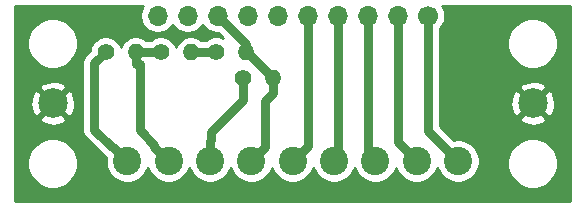
<source format=gbr>
G04 #@! TF.GenerationSoftware,KiCad,Pcbnew,5.1.5-52549c5~86~ubuntu18.04.1*
G04 #@! TF.CreationDate,2020-09-30T17:25:27-05:00*
G04 #@! TF.ProjectId,D05,4430352e-6b69-4636-9164-5f7063625858,rev?*
G04 #@! TF.SameCoordinates,Original*
G04 #@! TF.FileFunction,Copper,L2,Bot*
G04 #@! TF.FilePolarity,Positive*
%FSLAX46Y46*%
G04 Gerber Fmt 4.6, Leading zero omitted, Abs format (unit mm)*
G04 Created by KiCad (PCBNEW 5.1.5-52549c5~86~ubuntu18.04.1) date 2020-09-30 17:25:27*
%MOMM*%
%LPD*%
G04 APERTURE LIST*
%ADD10O,1.400000X1.400000*%
%ADD11C,1.400000*%
%ADD12C,2.400000*%
%ADD13O,1.700000X1.700000*%
%ADD14C,1.700000*%
%ADD15C,2.499360*%
%ADD16C,0.750000*%
%ADD17C,0.254000*%
G04 APERTURE END LIST*
D10*
X40182800Y-24536400D03*
D11*
X37642800Y-24536400D03*
D10*
X35509200Y-24536400D03*
D11*
X32969200Y-24536400D03*
D10*
X30835600Y-24536400D03*
D11*
X28295600Y-24536400D03*
D10*
X42468800Y-26771600D03*
D11*
X39928800Y-26771600D03*
D12*
X58130000Y-33782000D03*
X54630000Y-33782000D03*
X51130000Y-33782000D03*
X47630000Y-33782000D03*
X44130000Y-33782000D03*
X40630000Y-33782000D03*
X37130000Y-33782000D03*
X33630000Y-33782000D03*
X30130000Y-33782000D03*
D13*
X32700000Y-21463000D03*
X35240000Y-21463000D03*
X37780000Y-21463000D03*
X40320000Y-21463000D03*
X42860000Y-21463000D03*
X45400000Y-21463000D03*
X47940000Y-21463000D03*
X50480000Y-21463000D03*
X53020000Y-21463000D03*
D14*
X55560000Y-21463000D03*
D15*
X64450000Y-28890000D03*
X23810000Y-28890000D03*
D16*
X41829999Y-28680401D02*
X42468800Y-28041600D01*
X40630000Y-33782000D02*
X41829999Y-32582001D01*
X42468800Y-28041600D02*
X42468800Y-26771600D01*
X41829999Y-32582001D02*
X41829999Y-28680401D01*
X40233600Y-24536400D02*
X42468800Y-26771600D01*
X40182800Y-24536400D02*
X40233600Y-24536400D01*
X37780000Y-21463000D02*
X37780000Y-21732200D01*
X40182800Y-23865800D02*
X37780000Y-21463000D01*
X40182800Y-24536400D02*
X40182800Y-23865800D01*
X35509200Y-24536400D02*
X37642800Y-24536400D01*
X45400000Y-32512000D02*
X44130000Y-33782000D01*
X45400000Y-21463000D02*
X45400000Y-32512000D01*
X47940000Y-33472000D02*
X47630000Y-33782000D01*
X47940000Y-21463000D02*
X47940000Y-33472000D01*
X50480000Y-33132000D02*
X51130000Y-33782000D01*
X50480000Y-21463000D02*
X50480000Y-33132000D01*
X53020000Y-32172000D02*
X54630000Y-33782000D01*
X53020000Y-21463000D02*
X53020000Y-32172000D01*
X55560000Y-31212000D02*
X58130000Y-33782000D01*
X55560000Y-21463000D02*
X55560000Y-31212000D01*
X37130000Y-32084944D02*
X37236400Y-31978544D01*
X37130000Y-33782000D02*
X37130000Y-32084944D01*
X37236400Y-31978544D02*
X37236400Y-31292800D01*
X39928800Y-28600400D02*
X39928800Y-26771600D01*
X37236400Y-31292800D02*
X39928800Y-28600400D01*
X32430001Y-32582001D02*
X32430001Y-32506201D01*
X33630000Y-33782000D02*
X32430001Y-32582001D01*
X32430001Y-32582001D02*
X32430001Y-32404601D01*
X32430001Y-32404601D02*
X31191200Y-31165800D01*
X31191200Y-31165800D02*
X31191200Y-25577800D01*
X30835600Y-25526349D02*
X30835600Y-24536400D01*
X31191200Y-25577800D02*
X30887051Y-25577800D01*
X30887051Y-25577800D02*
X30835600Y-25526349D01*
X30835600Y-24536400D02*
X32969200Y-24536400D01*
X28930001Y-32582001D02*
X28797401Y-32582001D01*
X30130000Y-33782000D02*
X28930001Y-32582001D01*
X28797401Y-32582001D02*
X27330400Y-31115000D01*
X27330400Y-25501600D02*
X28295600Y-24536400D01*
X27330400Y-31115000D02*
X27330400Y-25501600D01*
D17*
G36*
X31384010Y-20759589D02*
G01*
X31272068Y-21029842D01*
X31215000Y-21316740D01*
X31215000Y-21609260D01*
X31272068Y-21896158D01*
X31384010Y-22166411D01*
X31546525Y-22409632D01*
X31753368Y-22616475D01*
X31996589Y-22778990D01*
X32266842Y-22890932D01*
X32553740Y-22948000D01*
X32846260Y-22948000D01*
X33133158Y-22890932D01*
X33403411Y-22778990D01*
X33646632Y-22616475D01*
X33853475Y-22409632D01*
X33970000Y-22235240D01*
X34086525Y-22409632D01*
X34293368Y-22616475D01*
X34536589Y-22778990D01*
X34806842Y-22890932D01*
X35093740Y-22948000D01*
X35386260Y-22948000D01*
X35673158Y-22890932D01*
X35943411Y-22778990D01*
X36186632Y-22616475D01*
X36393475Y-22409632D01*
X36510000Y-22235240D01*
X36626525Y-22409632D01*
X36833368Y-22616475D01*
X37076589Y-22778990D01*
X37346842Y-22890932D01*
X37633740Y-22948000D01*
X37836645Y-22948000D01*
X38218526Y-23329881D01*
X38032205Y-23252704D01*
X37774286Y-23201400D01*
X37511314Y-23201400D01*
X37253395Y-23252704D01*
X37010441Y-23353339D01*
X36791787Y-23499438D01*
X36764825Y-23526400D01*
X36387175Y-23526400D01*
X36360213Y-23499438D01*
X36141559Y-23353339D01*
X35898605Y-23252704D01*
X35640686Y-23201400D01*
X35377714Y-23201400D01*
X35119795Y-23252704D01*
X34876841Y-23353339D01*
X34658187Y-23499438D01*
X34472238Y-23685387D01*
X34326139Y-23904041D01*
X34239200Y-24113930D01*
X34152261Y-23904041D01*
X34006162Y-23685387D01*
X33820213Y-23499438D01*
X33601559Y-23353339D01*
X33358605Y-23252704D01*
X33100686Y-23201400D01*
X32837714Y-23201400D01*
X32579795Y-23252704D01*
X32336841Y-23353339D01*
X32118187Y-23499438D01*
X32091225Y-23526400D01*
X31713575Y-23526400D01*
X31686613Y-23499438D01*
X31467959Y-23353339D01*
X31225005Y-23252704D01*
X30967086Y-23201400D01*
X30704114Y-23201400D01*
X30446195Y-23252704D01*
X30203241Y-23353339D01*
X29984587Y-23499438D01*
X29798638Y-23685387D01*
X29652539Y-23904041D01*
X29565600Y-24113930D01*
X29478661Y-23904041D01*
X29332562Y-23685387D01*
X29146613Y-23499438D01*
X28927959Y-23353339D01*
X28685005Y-23252704D01*
X28427086Y-23201400D01*
X28164114Y-23201400D01*
X27906195Y-23252704D01*
X27663241Y-23353339D01*
X27444587Y-23499438D01*
X27258638Y-23685387D01*
X27112539Y-23904041D01*
X27011904Y-24146995D01*
X26960600Y-24404914D01*
X26960600Y-24443045D01*
X26651301Y-24752344D01*
X26612768Y-24783967D01*
X26581145Y-24822500D01*
X26581144Y-24822501D01*
X26486554Y-24937760D01*
X26392768Y-25113221D01*
X26335015Y-25303606D01*
X26315514Y-25501600D01*
X26320401Y-25551218D01*
X26320400Y-31065392D01*
X26315514Y-31115000D01*
X26335015Y-31312994D01*
X26377901Y-31454368D01*
X26392768Y-31503379D01*
X26486553Y-31678840D01*
X26612767Y-31832633D01*
X26651306Y-31864261D01*
X28048145Y-33261100D01*
X28079768Y-33299634D01*
X28233561Y-33425848D01*
X28320635Y-33472390D01*
X28295000Y-33601268D01*
X28295000Y-33962732D01*
X28365518Y-34317250D01*
X28503844Y-34651199D01*
X28704662Y-34951744D01*
X28960256Y-35207338D01*
X29260801Y-35408156D01*
X29594750Y-35546482D01*
X29949268Y-35617000D01*
X30310732Y-35617000D01*
X30665250Y-35546482D01*
X30999199Y-35408156D01*
X31299744Y-35207338D01*
X31555338Y-34951744D01*
X31756156Y-34651199D01*
X31880000Y-34352213D01*
X32003844Y-34651199D01*
X32204662Y-34951744D01*
X32460256Y-35207338D01*
X32760801Y-35408156D01*
X33094750Y-35546482D01*
X33449268Y-35617000D01*
X33810732Y-35617000D01*
X34165250Y-35546482D01*
X34499199Y-35408156D01*
X34799744Y-35207338D01*
X35055338Y-34951744D01*
X35256156Y-34651199D01*
X35380000Y-34352213D01*
X35503844Y-34651199D01*
X35704662Y-34951744D01*
X35960256Y-35207338D01*
X36260801Y-35408156D01*
X36594750Y-35546482D01*
X36949268Y-35617000D01*
X37310732Y-35617000D01*
X37665250Y-35546482D01*
X37999199Y-35408156D01*
X38299744Y-35207338D01*
X38555338Y-34951744D01*
X38756156Y-34651199D01*
X38880000Y-34352213D01*
X39003844Y-34651199D01*
X39204662Y-34951744D01*
X39460256Y-35207338D01*
X39760801Y-35408156D01*
X40094750Y-35546482D01*
X40449268Y-35617000D01*
X40810732Y-35617000D01*
X41165250Y-35546482D01*
X41499199Y-35408156D01*
X41799744Y-35207338D01*
X42055338Y-34951744D01*
X42256156Y-34651199D01*
X42380000Y-34352213D01*
X42503844Y-34651199D01*
X42704662Y-34951744D01*
X42960256Y-35207338D01*
X43260801Y-35408156D01*
X43594750Y-35546482D01*
X43949268Y-35617000D01*
X44310732Y-35617000D01*
X44665250Y-35546482D01*
X44999199Y-35408156D01*
X45299744Y-35207338D01*
X45555338Y-34951744D01*
X45756156Y-34651199D01*
X45880000Y-34352213D01*
X46003844Y-34651199D01*
X46204662Y-34951744D01*
X46460256Y-35207338D01*
X46760801Y-35408156D01*
X47094750Y-35546482D01*
X47449268Y-35617000D01*
X47810732Y-35617000D01*
X48165250Y-35546482D01*
X48499199Y-35408156D01*
X48799744Y-35207338D01*
X49055338Y-34951744D01*
X49256156Y-34651199D01*
X49380000Y-34352213D01*
X49503844Y-34651199D01*
X49704662Y-34951744D01*
X49960256Y-35207338D01*
X50260801Y-35408156D01*
X50594750Y-35546482D01*
X50949268Y-35617000D01*
X51310732Y-35617000D01*
X51665250Y-35546482D01*
X51999199Y-35408156D01*
X52299744Y-35207338D01*
X52555338Y-34951744D01*
X52756156Y-34651199D01*
X52880000Y-34352213D01*
X53003844Y-34651199D01*
X53204662Y-34951744D01*
X53460256Y-35207338D01*
X53760801Y-35408156D01*
X54094750Y-35546482D01*
X54449268Y-35617000D01*
X54810732Y-35617000D01*
X55165250Y-35546482D01*
X55499199Y-35408156D01*
X55799744Y-35207338D01*
X56055338Y-34951744D01*
X56256156Y-34651199D01*
X56380000Y-34352213D01*
X56503844Y-34651199D01*
X56704662Y-34951744D01*
X56960256Y-35207338D01*
X57260801Y-35408156D01*
X57594750Y-35546482D01*
X57949268Y-35617000D01*
X58310732Y-35617000D01*
X58665250Y-35546482D01*
X58999199Y-35408156D01*
X59299744Y-35207338D01*
X59555338Y-34951744D01*
X59756156Y-34651199D01*
X59894482Y-34317250D01*
X59965000Y-33962732D01*
X59965000Y-33759721D01*
X62315000Y-33759721D01*
X62315000Y-34180279D01*
X62397047Y-34592756D01*
X62557988Y-34981302D01*
X62791637Y-35330983D01*
X63089017Y-35628363D01*
X63438698Y-35862012D01*
X63827244Y-36022953D01*
X64239721Y-36105000D01*
X64660279Y-36105000D01*
X65072756Y-36022953D01*
X65461302Y-35862012D01*
X65810983Y-35628363D01*
X66108363Y-35330983D01*
X66342012Y-34981302D01*
X66502953Y-34592756D01*
X66585000Y-34180279D01*
X66585000Y-33759721D01*
X66502953Y-33347244D01*
X66342012Y-32958698D01*
X66108363Y-32609017D01*
X65810983Y-32311637D01*
X65461302Y-32077988D01*
X65072756Y-31917047D01*
X64660279Y-31835000D01*
X64239721Y-31835000D01*
X63827244Y-31917047D01*
X63438698Y-32077988D01*
X63089017Y-32311637D01*
X62791637Y-32609017D01*
X62557988Y-32958698D01*
X62397047Y-33347244D01*
X62315000Y-33759721D01*
X59965000Y-33759721D01*
X59965000Y-33601268D01*
X59894482Y-33246750D01*
X59756156Y-32912801D01*
X59555338Y-32612256D01*
X59299744Y-32356662D01*
X58999199Y-32155844D01*
X58665250Y-32017518D01*
X58310732Y-31947000D01*
X57949268Y-31947000D01*
X57760837Y-31984481D01*
X56570000Y-30793645D01*
X56570000Y-30203377D01*
X63316229Y-30203377D01*
X63442104Y-30493315D01*
X63774262Y-30659139D01*
X64132387Y-30756975D01*
X64502719Y-30783065D01*
X64871025Y-30736405D01*
X65223151Y-30618789D01*
X65457896Y-30493315D01*
X65583771Y-30203377D01*
X64450000Y-29069605D01*
X63316229Y-30203377D01*
X56570000Y-30203377D01*
X56570000Y-28942719D01*
X62556935Y-28942719D01*
X62603595Y-29311025D01*
X62721211Y-29663151D01*
X62846685Y-29897896D01*
X63136623Y-30023771D01*
X64270395Y-28890000D01*
X64629605Y-28890000D01*
X65763377Y-30023771D01*
X66053315Y-29897896D01*
X66219139Y-29565738D01*
X66316975Y-29207613D01*
X66343065Y-28837281D01*
X66296405Y-28468975D01*
X66178789Y-28116849D01*
X66053315Y-27882104D01*
X65763377Y-27756229D01*
X64629605Y-28890000D01*
X64270395Y-28890000D01*
X63136623Y-27756229D01*
X62846685Y-27882104D01*
X62680861Y-28214262D01*
X62583025Y-28572387D01*
X62556935Y-28942719D01*
X56570000Y-28942719D01*
X56570000Y-27576623D01*
X63316229Y-27576623D01*
X64450000Y-28710395D01*
X65583771Y-27576623D01*
X65457896Y-27286685D01*
X65125738Y-27120861D01*
X64767613Y-27023025D01*
X64397281Y-26996935D01*
X64028975Y-27043595D01*
X63676849Y-27161211D01*
X63442104Y-27286685D01*
X63316229Y-27576623D01*
X56570000Y-27576623D01*
X56570000Y-23599721D01*
X62315000Y-23599721D01*
X62315000Y-24020279D01*
X62397047Y-24432756D01*
X62557988Y-24821302D01*
X62791637Y-25170983D01*
X63089017Y-25468363D01*
X63438698Y-25702012D01*
X63827244Y-25862953D01*
X64239721Y-25945000D01*
X64660279Y-25945000D01*
X65072756Y-25862953D01*
X65461302Y-25702012D01*
X65810983Y-25468363D01*
X66108363Y-25170983D01*
X66342012Y-24821302D01*
X66502953Y-24432756D01*
X66585000Y-24020279D01*
X66585000Y-23599721D01*
X66502953Y-23187244D01*
X66342012Y-22798698D01*
X66108363Y-22449017D01*
X65810983Y-22151637D01*
X65461302Y-21917988D01*
X65072756Y-21757047D01*
X64660279Y-21675000D01*
X64239721Y-21675000D01*
X63827244Y-21757047D01*
X63438698Y-21917988D01*
X63089017Y-22151637D01*
X62791637Y-22449017D01*
X62557988Y-22798698D01*
X62397047Y-23187244D01*
X62315000Y-23599721D01*
X56570000Y-23599721D01*
X56570000Y-22553107D01*
X56713475Y-22409632D01*
X56875990Y-22166411D01*
X56987932Y-21896158D01*
X57045000Y-21609260D01*
X57045000Y-21316740D01*
X56987932Y-21029842D01*
X56875990Y-20759589D01*
X56809447Y-20660000D01*
X67600000Y-20660000D01*
X67600001Y-37120000D01*
X20660000Y-37120000D01*
X20660000Y-33759721D01*
X21675000Y-33759721D01*
X21675000Y-34180279D01*
X21757047Y-34592756D01*
X21917988Y-34981302D01*
X22151637Y-35330983D01*
X22449017Y-35628363D01*
X22798698Y-35862012D01*
X23187244Y-36022953D01*
X23599721Y-36105000D01*
X24020279Y-36105000D01*
X24432756Y-36022953D01*
X24821302Y-35862012D01*
X25170983Y-35628363D01*
X25468363Y-35330983D01*
X25702012Y-34981302D01*
X25862953Y-34592756D01*
X25945000Y-34180279D01*
X25945000Y-33759721D01*
X25862953Y-33347244D01*
X25702012Y-32958698D01*
X25468363Y-32609017D01*
X25170983Y-32311637D01*
X24821302Y-32077988D01*
X24432756Y-31917047D01*
X24020279Y-31835000D01*
X23599721Y-31835000D01*
X23187244Y-31917047D01*
X22798698Y-32077988D01*
X22449017Y-32311637D01*
X22151637Y-32609017D01*
X21917988Y-32958698D01*
X21757047Y-33347244D01*
X21675000Y-33759721D01*
X20660000Y-33759721D01*
X20660000Y-30203377D01*
X22676229Y-30203377D01*
X22802104Y-30493315D01*
X23134262Y-30659139D01*
X23492387Y-30756975D01*
X23862719Y-30783065D01*
X24231025Y-30736405D01*
X24583151Y-30618789D01*
X24817896Y-30493315D01*
X24943771Y-30203377D01*
X23810000Y-29069605D01*
X22676229Y-30203377D01*
X20660000Y-30203377D01*
X20660000Y-28942719D01*
X21916935Y-28942719D01*
X21963595Y-29311025D01*
X22081211Y-29663151D01*
X22206685Y-29897896D01*
X22496623Y-30023771D01*
X23630395Y-28890000D01*
X23989605Y-28890000D01*
X25123377Y-30023771D01*
X25413315Y-29897896D01*
X25579139Y-29565738D01*
X25676975Y-29207613D01*
X25703065Y-28837281D01*
X25656405Y-28468975D01*
X25538789Y-28116849D01*
X25413315Y-27882104D01*
X25123377Y-27756229D01*
X23989605Y-28890000D01*
X23630395Y-28890000D01*
X22496623Y-27756229D01*
X22206685Y-27882104D01*
X22040861Y-28214262D01*
X21943025Y-28572387D01*
X21916935Y-28942719D01*
X20660000Y-28942719D01*
X20660000Y-27576623D01*
X22676229Y-27576623D01*
X23810000Y-28710395D01*
X24943771Y-27576623D01*
X24817896Y-27286685D01*
X24485738Y-27120861D01*
X24127613Y-27023025D01*
X23757281Y-26996935D01*
X23388975Y-27043595D01*
X23036849Y-27161211D01*
X22802104Y-27286685D01*
X22676229Y-27576623D01*
X20660000Y-27576623D01*
X20660000Y-23599721D01*
X21675000Y-23599721D01*
X21675000Y-24020279D01*
X21757047Y-24432756D01*
X21917988Y-24821302D01*
X22151637Y-25170983D01*
X22449017Y-25468363D01*
X22798698Y-25702012D01*
X23187244Y-25862953D01*
X23599721Y-25945000D01*
X24020279Y-25945000D01*
X24432756Y-25862953D01*
X24821302Y-25702012D01*
X25170983Y-25468363D01*
X25468363Y-25170983D01*
X25702012Y-24821302D01*
X25862953Y-24432756D01*
X25945000Y-24020279D01*
X25945000Y-23599721D01*
X25862953Y-23187244D01*
X25702012Y-22798698D01*
X25468363Y-22449017D01*
X25170983Y-22151637D01*
X24821302Y-21917988D01*
X24432756Y-21757047D01*
X24020279Y-21675000D01*
X23599721Y-21675000D01*
X23187244Y-21757047D01*
X22798698Y-21917988D01*
X22449017Y-22151637D01*
X22151637Y-22449017D01*
X21917988Y-22798698D01*
X21757047Y-23187244D01*
X21675000Y-23599721D01*
X20660000Y-23599721D01*
X20660000Y-20660000D01*
X31450553Y-20660000D01*
X31384010Y-20759589D01*
G37*
X31384010Y-20759589D02*
X31272068Y-21029842D01*
X31215000Y-21316740D01*
X31215000Y-21609260D01*
X31272068Y-21896158D01*
X31384010Y-22166411D01*
X31546525Y-22409632D01*
X31753368Y-22616475D01*
X31996589Y-22778990D01*
X32266842Y-22890932D01*
X32553740Y-22948000D01*
X32846260Y-22948000D01*
X33133158Y-22890932D01*
X33403411Y-22778990D01*
X33646632Y-22616475D01*
X33853475Y-22409632D01*
X33970000Y-22235240D01*
X34086525Y-22409632D01*
X34293368Y-22616475D01*
X34536589Y-22778990D01*
X34806842Y-22890932D01*
X35093740Y-22948000D01*
X35386260Y-22948000D01*
X35673158Y-22890932D01*
X35943411Y-22778990D01*
X36186632Y-22616475D01*
X36393475Y-22409632D01*
X36510000Y-22235240D01*
X36626525Y-22409632D01*
X36833368Y-22616475D01*
X37076589Y-22778990D01*
X37346842Y-22890932D01*
X37633740Y-22948000D01*
X37836645Y-22948000D01*
X38218526Y-23329881D01*
X38032205Y-23252704D01*
X37774286Y-23201400D01*
X37511314Y-23201400D01*
X37253395Y-23252704D01*
X37010441Y-23353339D01*
X36791787Y-23499438D01*
X36764825Y-23526400D01*
X36387175Y-23526400D01*
X36360213Y-23499438D01*
X36141559Y-23353339D01*
X35898605Y-23252704D01*
X35640686Y-23201400D01*
X35377714Y-23201400D01*
X35119795Y-23252704D01*
X34876841Y-23353339D01*
X34658187Y-23499438D01*
X34472238Y-23685387D01*
X34326139Y-23904041D01*
X34239200Y-24113930D01*
X34152261Y-23904041D01*
X34006162Y-23685387D01*
X33820213Y-23499438D01*
X33601559Y-23353339D01*
X33358605Y-23252704D01*
X33100686Y-23201400D01*
X32837714Y-23201400D01*
X32579795Y-23252704D01*
X32336841Y-23353339D01*
X32118187Y-23499438D01*
X32091225Y-23526400D01*
X31713575Y-23526400D01*
X31686613Y-23499438D01*
X31467959Y-23353339D01*
X31225005Y-23252704D01*
X30967086Y-23201400D01*
X30704114Y-23201400D01*
X30446195Y-23252704D01*
X30203241Y-23353339D01*
X29984587Y-23499438D01*
X29798638Y-23685387D01*
X29652539Y-23904041D01*
X29565600Y-24113930D01*
X29478661Y-23904041D01*
X29332562Y-23685387D01*
X29146613Y-23499438D01*
X28927959Y-23353339D01*
X28685005Y-23252704D01*
X28427086Y-23201400D01*
X28164114Y-23201400D01*
X27906195Y-23252704D01*
X27663241Y-23353339D01*
X27444587Y-23499438D01*
X27258638Y-23685387D01*
X27112539Y-23904041D01*
X27011904Y-24146995D01*
X26960600Y-24404914D01*
X26960600Y-24443045D01*
X26651301Y-24752344D01*
X26612768Y-24783967D01*
X26581145Y-24822500D01*
X26581144Y-24822501D01*
X26486554Y-24937760D01*
X26392768Y-25113221D01*
X26335015Y-25303606D01*
X26315514Y-25501600D01*
X26320401Y-25551218D01*
X26320400Y-31065392D01*
X26315514Y-31115000D01*
X26335015Y-31312994D01*
X26377901Y-31454368D01*
X26392768Y-31503379D01*
X26486553Y-31678840D01*
X26612767Y-31832633D01*
X26651306Y-31864261D01*
X28048145Y-33261100D01*
X28079768Y-33299634D01*
X28233561Y-33425848D01*
X28320635Y-33472390D01*
X28295000Y-33601268D01*
X28295000Y-33962732D01*
X28365518Y-34317250D01*
X28503844Y-34651199D01*
X28704662Y-34951744D01*
X28960256Y-35207338D01*
X29260801Y-35408156D01*
X29594750Y-35546482D01*
X29949268Y-35617000D01*
X30310732Y-35617000D01*
X30665250Y-35546482D01*
X30999199Y-35408156D01*
X31299744Y-35207338D01*
X31555338Y-34951744D01*
X31756156Y-34651199D01*
X31880000Y-34352213D01*
X32003844Y-34651199D01*
X32204662Y-34951744D01*
X32460256Y-35207338D01*
X32760801Y-35408156D01*
X33094750Y-35546482D01*
X33449268Y-35617000D01*
X33810732Y-35617000D01*
X34165250Y-35546482D01*
X34499199Y-35408156D01*
X34799744Y-35207338D01*
X35055338Y-34951744D01*
X35256156Y-34651199D01*
X35380000Y-34352213D01*
X35503844Y-34651199D01*
X35704662Y-34951744D01*
X35960256Y-35207338D01*
X36260801Y-35408156D01*
X36594750Y-35546482D01*
X36949268Y-35617000D01*
X37310732Y-35617000D01*
X37665250Y-35546482D01*
X37999199Y-35408156D01*
X38299744Y-35207338D01*
X38555338Y-34951744D01*
X38756156Y-34651199D01*
X38880000Y-34352213D01*
X39003844Y-34651199D01*
X39204662Y-34951744D01*
X39460256Y-35207338D01*
X39760801Y-35408156D01*
X40094750Y-35546482D01*
X40449268Y-35617000D01*
X40810732Y-35617000D01*
X41165250Y-35546482D01*
X41499199Y-35408156D01*
X41799744Y-35207338D01*
X42055338Y-34951744D01*
X42256156Y-34651199D01*
X42380000Y-34352213D01*
X42503844Y-34651199D01*
X42704662Y-34951744D01*
X42960256Y-35207338D01*
X43260801Y-35408156D01*
X43594750Y-35546482D01*
X43949268Y-35617000D01*
X44310732Y-35617000D01*
X44665250Y-35546482D01*
X44999199Y-35408156D01*
X45299744Y-35207338D01*
X45555338Y-34951744D01*
X45756156Y-34651199D01*
X45880000Y-34352213D01*
X46003844Y-34651199D01*
X46204662Y-34951744D01*
X46460256Y-35207338D01*
X46760801Y-35408156D01*
X47094750Y-35546482D01*
X47449268Y-35617000D01*
X47810732Y-35617000D01*
X48165250Y-35546482D01*
X48499199Y-35408156D01*
X48799744Y-35207338D01*
X49055338Y-34951744D01*
X49256156Y-34651199D01*
X49380000Y-34352213D01*
X49503844Y-34651199D01*
X49704662Y-34951744D01*
X49960256Y-35207338D01*
X50260801Y-35408156D01*
X50594750Y-35546482D01*
X50949268Y-35617000D01*
X51310732Y-35617000D01*
X51665250Y-35546482D01*
X51999199Y-35408156D01*
X52299744Y-35207338D01*
X52555338Y-34951744D01*
X52756156Y-34651199D01*
X52880000Y-34352213D01*
X53003844Y-34651199D01*
X53204662Y-34951744D01*
X53460256Y-35207338D01*
X53760801Y-35408156D01*
X54094750Y-35546482D01*
X54449268Y-35617000D01*
X54810732Y-35617000D01*
X55165250Y-35546482D01*
X55499199Y-35408156D01*
X55799744Y-35207338D01*
X56055338Y-34951744D01*
X56256156Y-34651199D01*
X56380000Y-34352213D01*
X56503844Y-34651199D01*
X56704662Y-34951744D01*
X56960256Y-35207338D01*
X57260801Y-35408156D01*
X57594750Y-35546482D01*
X57949268Y-35617000D01*
X58310732Y-35617000D01*
X58665250Y-35546482D01*
X58999199Y-35408156D01*
X59299744Y-35207338D01*
X59555338Y-34951744D01*
X59756156Y-34651199D01*
X59894482Y-34317250D01*
X59965000Y-33962732D01*
X59965000Y-33759721D01*
X62315000Y-33759721D01*
X62315000Y-34180279D01*
X62397047Y-34592756D01*
X62557988Y-34981302D01*
X62791637Y-35330983D01*
X63089017Y-35628363D01*
X63438698Y-35862012D01*
X63827244Y-36022953D01*
X64239721Y-36105000D01*
X64660279Y-36105000D01*
X65072756Y-36022953D01*
X65461302Y-35862012D01*
X65810983Y-35628363D01*
X66108363Y-35330983D01*
X66342012Y-34981302D01*
X66502953Y-34592756D01*
X66585000Y-34180279D01*
X66585000Y-33759721D01*
X66502953Y-33347244D01*
X66342012Y-32958698D01*
X66108363Y-32609017D01*
X65810983Y-32311637D01*
X65461302Y-32077988D01*
X65072756Y-31917047D01*
X64660279Y-31835000D01*
X64239721Y-31835000D01*
X63827244Y-31917047D01*
X63438698Y-32077988D01*
X63089017Y-32311637D01*
X62791637Y-32609017D01*
X62557988Y-32958698D01*
X62397047Y-33347244D01*
X62315000Y-33759721D01*
X59965000Y-33759721D01*
X59965000Y-33601268D01*
X59894482Y-33246750D01*
X59756156Y-32912801D01*
X59555338Y-32612256D01*
X59299744Y-32356662D01*
X58999199Y-32155844D01*
X58665250Y-32017518D01*
X58310732Y-31947000D01*
X57949268Y-31947000D01*
X57760837Y-31984481D01*
X56570000Y-30793645D01*
X56570000Y-30203377D01*
X63316229Y-30203377D01*
X63442104Y-30493315D01*
X63774262Y-30659139D01*
X64132387Y-30756975D01*
X64502719Y-30783065D01*
X64871025Y-30736405D01*
X65223151Y-30618789D01*
X65457896Y-30493315D01*
X65583771Y-30203377D01*
X64450000Y-29069605D01*
X63316229Y-30203377D01*
X56570000Y-30203377D01*
X56570000Y-28942719D01*
X62556935Y-28942719D01*
X62603595Y-29311025D01*
X62721211Y-29663151D01*
X62846685Y-29897896D01*
X63136623Y-30023771D01*
X64270395Y-28890000D01*
X64629605Y-28890000D01*
X65763377Y-30023771D01*
X66053315Y-29897896D01*
X66219139Y-29565738D01*
X66316975Y-29207613D01*
X66343065Y-28837281D01*
X66296405Y-28468975D01*
X66178789Y-28116849D01*
X66053315Y-27882104D01*
X65763377Y-27756229D01*
X64629605Y-28890000D01*
X64270395Y-28890000D01*
X63136623Y-27756229D01*
X62846685Y-27882104D01*
X62680861Y-28214262D01*
X62583025Y-28572387D01*
X62556935Y-28942719D01*
X56570000Y-28942719D01*
X56570000Y-27576623D01*
X63316229Y-27576623D01*
X64450000Y-28710395D01*
X65583771Y-27576623D01*
X65457896Y-27286685D01*
X65125738Y-27120861D01*
X64767613Y-27023025D01*
X64397281Y-26996935D01*
X64028975Y-27043595D01*
X63676849Y-27161211D01*
X63442104Y-27286685D01*
X63316229Y-27576623D01*
X56570000Y-27576623D01*
X56570000Y-23599721D01*
X62315000Y-23599721D01*
X62315000Y-24020279D01*
X62397047Y-24432756D01*
X62557988Y-24821302D01*
X62791637Y-25170983D01*
X63089017Y-25468363D01*
X63438698Y-25702012D01*
X63827244Y-25862953D01*
X64239721Y-25945000D01*
X64660279Y-25945000D01*
X65072756Y-25862953D01*
X65461302Y-25702012D01*
X65810983Y-25468363D01*
X66108363Y-25170983D01*
X66342012Y-24821302D01*
X66502953Y-24432756D01*
X66585000Y-24020279D01*
X66585000Y-23599721D01*
X66502953Y-23187244D01*
X66342012Y-22798698D01*
X66108363Y-22449017D01*
X65810983Y-22151637D01*
X65461302Y-21917988D01*
X65072756Y-21757047D01*
X64660279Y-21675000D01*
X64239721Y-21675000D01*
X63827244Y-21757047D01*
X63438698Y-21917988D01*
X63089017Y-22151637D01*
X62791637Y-22449017D01*
X62557988Y-22798698D01*
X62397047Y-23187244D01*
X62315000Y-23599721D01*
X56570000Y-23599721D01*
X56570000Y-22553107D01*
X56713475Y-22409632D01*
X56875990Y-22166411D01*
X56987932Y-21896158D01*
X57045000Y-21609260D01*
X57045000Y-21316740D01*
X56987932Y-21029842D01*
X56875990Y-20759589D01*
X56809447Y-20660000D01*
X67600000Y-20660000D01*
X67600001Y-37120000D01*
X20660000Y-37120000D01*
X20660000Y-33759721D01*
X21675000Y-33759721D01*
X21675000Y-34180279D01*
X21757047Y-34592756D01*
X21917988Y-34981302D01*
X22151637Y-35330983D01*
X22449017Y-35628363D01*
X22798698Y-35862012D01*
X23187244Y-36022953D01*
X23599721Y-36105000D01*
X24020279Y-36105000D01*
X24432756Y-36022953D01*
X24821302Y-35862012D01*
X25170983Y-35628363D01*
X25468363Y-35330983D01*
X25702012Y-34981302D01*
X25862953Y-34592756D01*
X25945000Y-34180279D01*
X25945000Y-33759721D01*
X25862953Y-33347244D01*
X25702012Y-32958698D01*
X25468363Y-32609017D01*
X25170983Y-32311637D01*
X24821302Y-32077988D01*
X24432756Y-31917047D01*
X24020279Y-31835000D01*
X23599721Y-31835000D01*
X23187244Y-31917047D01*
X22798698Y-32077988D01*
X22449017Y-32311637D01*
X22151637Y-32609017D01*
X21917988Y-32958698D01*
X21757047Y-33347244D01*
X21675000Y-33759721D01*
X20660000Y-33759721D01*
X20660000Y-30203377D01*
X22676229Y-30203377D01*
X22802104Y-30493315D01*
X23134262Y-30659139D01*
X23492387Y-30756975D01*
X23862719Y-30783065D01*
X24231025Y-30736405D01*
X24583151Y-30618789D01*
X24817896Y-30493315D01*
X24943771Y-30203377D01*
X23810000Y-29069605D01*
X22676229Y-30203377D01*
X20660000Y-30203377D01*
X20660000Y-28942719D01*
X21916935Y-28942719D01*
X21963595Y-29311025D01*
X22081211Y-29663151D01*
X22206685Y-29897896D01*
X22496623Y-30023771D01*
X23630395Y-28890000D01*
X23989605Y-28890000D01*
X25123377Y-30023771D01*
X25413315Y-29897896D01*
X25579139Y-29565738D01*
X25676975Y-29207613D01*
X25703065Y-28837281D01*
X25656405Y-28468975D01*
X25538789Y-28116849D01*
X25413315Y-27882104D01*
X25123377Y-27756229D01*
X23989605Y-28890000D01*
X23630395Y-28890000D01*
X22496623Y-27756229D01*
X22206685Y-27882104D01*
X22040861Y-28214262D01*
X21943025Y-28572387D01*
X21916935Y-28942719D01*
X20660000Y-28942719D01*
X20660000Y-27576623D01*
X22676229Y-27576623D01*
X23810000Y-28710395D01*
X24943771Y-27576623D01*
X24817896Y-27286685D01*
X24485738Y-27120861D01*
X24127613Y-27023025D01*
X23757281Y-26996935D01*
X23388975Y-27043595D01*
X23036849Y-27161211D01*
X22802104Y-27286685D01*
X22676229Y-27576623D01*
X20660000Y-27576623D01*
X20660000Y-23599721D01*
X21675000Y-23599721D01*
X21675000Y-24020279D01*
X21757047Y-24432756D01*
X21917988Y-24821302D01*
X22151637Y-25170983D01*
X22449017Y-25468363D01*
X22798698Y-25702012D01*
X23187244Y-25862953D01*
X23599721Y-25945000D01*
X24020279Y-25945000D01*
X24432756Y-25862953D01*
X24821302Y-25702012D01*
X25170983Y-25468363D01*
X25468363Y-25170983D01*
X25702012Y-24821302D01*
X25862953Y-24432756D01*
X25945000Y-24020279D01*
X25945000Y-23599721D01*
X25862953Y-23187244D01*
X25702012Y-22798698D01*
X25468363Y-22449017D01*
X25170983Y-22151637D01*
X24821302Y-21917988D01*
X24432756Y-21757047D01*
X24020279Y-21675000D01*
X23599721Y-21675000D01*
X23187244Y-21757047D01*
X22798698Y-21917988D01*
X22449017Y-22151637D01*
X22151637Y-22449017D01*
X21917988Y-22798698D01*
X21757047Y-23187244D01*
X21675000Y-23599721D01*
X20660000Y-23599721D01*
X20660000Y-20660000D01*
X31450553Y-20660000D01*
X31384010Y-20759589D01*
M02*

</source>
